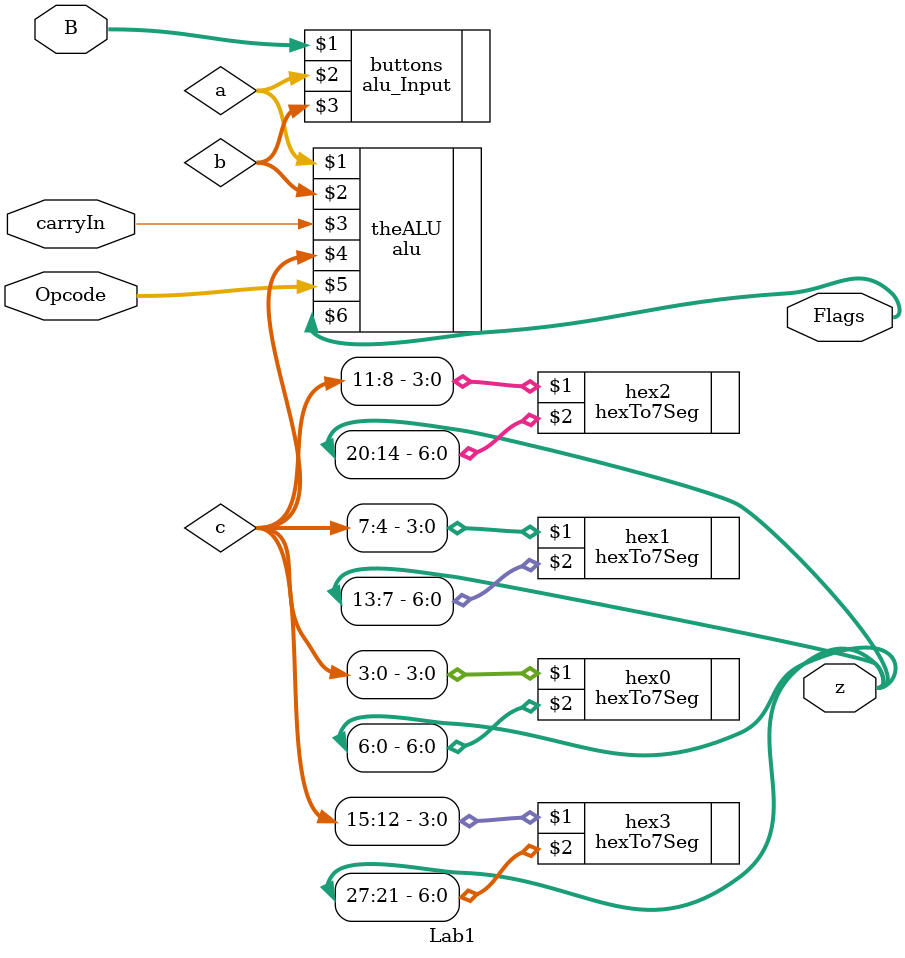
<source format=v>
`timescale 1ns / 1ps
module Lab1( B, carryIn, Opcode, z, Flags);
input [3:0] B;
input carryIn;
input [7:0] Opcode;
output [27:0] z;
output [4:0] Flags;
wire [15:0] a, b, c;

	alu_Input buttons(B, a, b);
	alu theALU(a, b, carryIn, c, Opcode, Flags);
	hexTo7Seg hex0(c[3:0], z[6:0]);
	hexTo7Seg hex1(c[7:4], z[13:7]);
	hexTo7Seg hex2(c[11:8], z[20:14]);
	hexTo7Seg hex3(c[15:12], z[27:21]);

endmodule 
</source>
